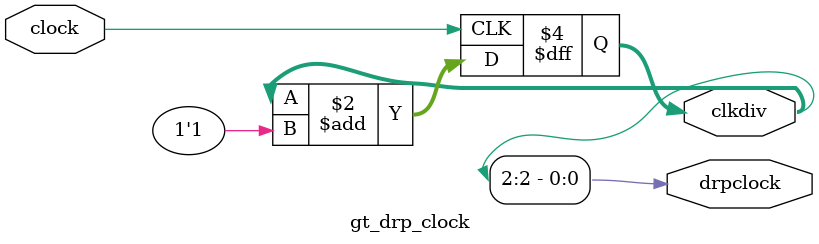
<source format=v>
/* 
 * PCI Express to FIFO - Xilinx ADC interface
 * Copyright (C) 2014 Harmon Instruments, LLC
 *
 * This program is free software: you can redistribute it and/or modify
 * it under the terms of the GNU General Public License as published by
 * the Free Software Foundation, either version 3 of the License, or
 * (at your option) any later version.
 * 
 * This program is distributed in the hope that it will be useful,
 * but WITHOUT ANY WARRANTY; without even the implied warranty of
 * MERCHANTABILITY or FITNESS FOR A PARTICULAR PURPOSE.  See the
 * GNU General Public License for more details.
 *
 * You should have received a copy of the GNU General Public License
 * along with this program.  If not, see <http://www.gnu.org/licenses/
 * 
 * din[15:0] DRP data
 * din[24:16] DRP address
 * din[31] DRP write enable
 * 
 * dout[15:0] DRP data
 * dout[16] busy
 * 
 */

`timescale 1ns / 1ps

module gt_drp
  (
   input 	     clock,
   input 	     write,
   input [63:0]      din,
   output reg [16:0] dout = 0,
   // common clock from gt_drp_clock
   input [2:0] 	     clkdiv,
   // GT DRP
   output reg [8:0]  drp_address,
   output reg 	     drp_en = 0,
   output reg [15:0] drp_di,
   input [15:0]      drp_do,
   input 	     drp_ready,
   output reg 	     drp_we
   );
   
   reg [1:0] 	    state = 0;
   
   always @ (posedge clock)
     begin
	dout[16] <= state != 0;
	state <= write ? 2'd1 :
		 (state == 1) && (clkdiv == 0) ? 2'd2 :
		 (clkdiv == 0) && drp_ready ? 2'd0 :
		 (state == 2) && (clkdiv == 0) ? 2'd3 :
		 state;
	drp_en <= (state == 1) && (clkdiv == 0) ? 1'b1 :
		  (state == 2) && (clkdiv == 0) ? 1'b0 :
		  drp_en;
	if(write)
	  begin
	     drp_di <= din[15:0];
	     drp_address <= din[24:16];
	     drp_we <= din[31];
	  end
	if((clkdiv == 0) && drp_ready)
	  dout[15:0] <= drp_do;
     end
endmodule

module gt_drp_clock (input clock, output drpclock, output reg [2:0] clkdiv = 0);
   always @ (posedge clock)
     clkdiv <= clkdiv + 1'b1;
   assign drpclock = clkdiv[2];
endmodule
</source>
